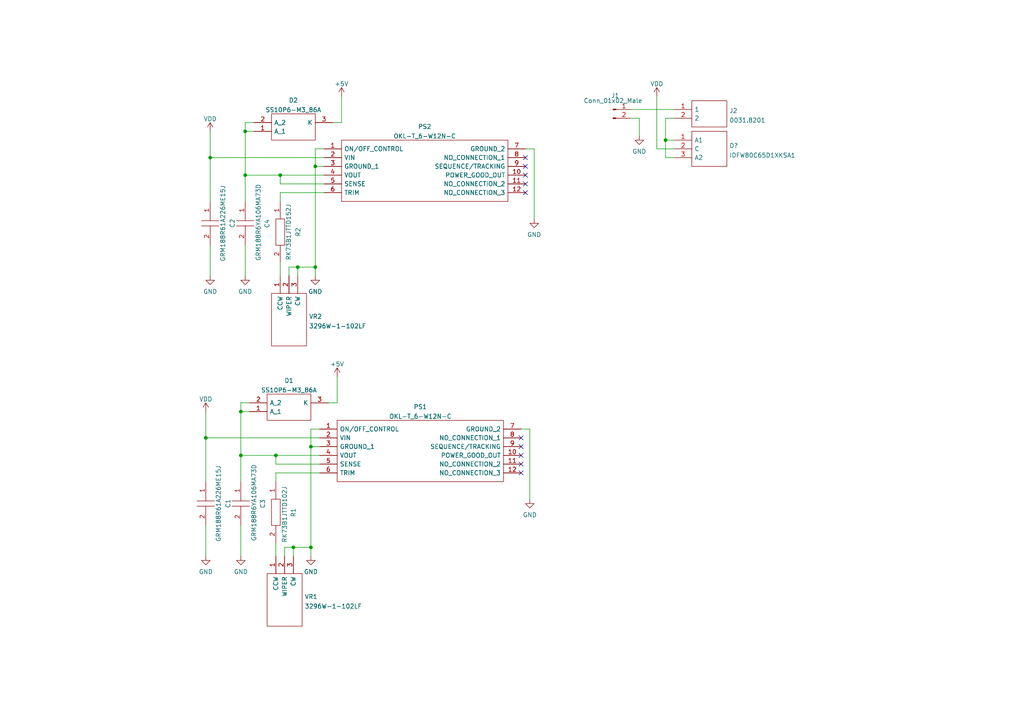
<source format=kicad_sch>
(kicad_sch (version 20211123) (generator eeschema)
  (paper "A4")
  (lib_symbols
    (symbol "Connector:Conn_01x02_Male" (pin_names (offset 1.016) hide)
      (property "Reference" "J" (at 0 2.54 0))
      (property "Value" "Conn_01x02_Male" (at 0 -5.08 0))
      (symbol "Conn_01x02_Male_1_1"
        (polyline (pts (xy 1.27 -2.54) (xy 0.8636 -2.54)) (stroke (width 0.1524)))
        (polyline (pts (xy 1.27 0) (xy 0.8636 0)) (stroke (width 0.1524)))
        (rectangle (start 0.8636 -2.413) (end 0 -2.667) (stroke (width 0.1524)) (fill (type outline)))
        (rectangle (start 0.8636 0.127) (end 0 -0.127) (stroke (width 0.1524)) (fill (type outline)))
        (pin passive line (at 5.08 0 180) (length 3.81) (name "Pin_1") (number "1"))
        (pin passive line (at 5.08 -2.54 180) (length 3.81) (name "Pin_2") (number "2"))
      )
    )
    (symbol "SamacSys_Parts:0031.8201" (pin_names (offset 0.762))
      (property "Reference" "J" (at 16.51 7.62 0))
      (property "Value" "0031.8201" (at 16.51 5.08 0))
      (symbol "0031.8201_0_0"
        (pin passive line (at 0 0 0) (length 5.08) (name "1") (number "1"))
        (pin passive line (at 0 -2.54 0) (length 5.08) (name "2") (number "2"))
      )
      (symbol "0031.8201_0_1"
        (polyline (pts (xy 5.08 2.54) (xy 15.24 2.54) (xy 15.24 -5.08) (xy 5.08 -5.08) (xy 5.08 2.54)) (stroke (width 0.1524)))
      )
    )
    (symbol "SamacSys_Parts:3296W-1-102LF" (pin_names (offset 0.762))
      (property "Reference" "VR" (at 21.59 7.62 0))
      (property "Value" "3296W-1-102LF" (at 21.59 5.08 0))
      (symbol "3296W-1-102LF_0_0"
        (pin passive line (at 0 -5.08 0) (length 5.08) (name "CCW") (number "1"))
        (pin passive line (at 0 -2.54 0) (length 5.08) (name "WIPER") (number "2"))
        (pin passive line (at 0 0 0) (length 5.08) (name "CW") (number "3"))
      )
      (symbol "3296W-1-102LF_0_1"
        (polyline (pts (xy 5.08 2.54) (xy 20.32 2.54) (xy 20.32 -7.62) (xy 5.08 -7.62) (xy 5.08 2.54)) (stroke (width 0.1524)))
      )
    )
    (symbol "SamacSys_Parts:GRM188R61A226ME15J" (pin_names (offset 0.762))
      (property "Reference" "C" (at 8.89 6.35 0))
      (property "Value" "GRM188R61A226ME15J" (at 8.89 3.81 0))
      (symbol "GRM188R61A226ME15J_0_0"
        (pin passive line (at 0 0 0) (length 5.08) (name "~") (number "1"))
        (pin passive line (at 12.7 0 180) (length 5.08) (name "~") (number "2"))
      )
      (symbol "GRM188R61A226ME15J_0_1"
        (polyline (pts (xy 5.08 0) (xy 5.588 0)) (stroke (width 0.1524)))
        (polyline (pts (xy 5.588 2.54) (xy 5.588 -2.54)) (stroke (width 0.1524)))
        (polyline (pts (xy 7.112 0) (xy 7.62 0)) (stroke (width 0.1524)))
        (polyline (pts (xy 7.112 2.54) (xy 7.112 -2.54)) (stroke (width 0.1524)))
      )
    )
    (symbol "SamacSys_Parts:GRM188R6YA106MA73D" (pin_names (offset 0.762))
      (property "Reference" "C" (at 8.89 6.35 0))
      (property "Value" "GRM188R6YA106MA73D" (at 8.89 3.81 0))
      (symbol "GRM188R6YA106MA73D_0_0"
        (pin passive line (at 0 0 0) (length 5.08) (name "~") (number "1"))
        (pin passive line (at 12.7 0 180) (length 5.08) (name "~") (number "2"))
      )
      (symbol "GRM188R6YA106MA73D_0_1"
        (polyline (pts (xy 5.08 0) (xy 5.588 0)) (stroke (width 0.1524)))
        (polyline (pts (xy 5.588 2.54) (xy 5.588 -2.54)) (stroke (width 0.1524)))
        (polyline (pts (xy 7.112 0) (xy 7.62 0)) (stroke (width 0.1524)))
        (polyline (pts (xy 7.112 2.54) (xy 7.112 -2.54)) (stroke (width 0.1524)))
      )
    )
    (symbol "SamacSys_Parts:IDFW80C65D1XKSA1" (pin_names (offset 0.762))
      (property "Reference" "D" (at 16.51 7.62 0))
      (property "Value" "IDFW80C65D1XKSA1" (at 16.51 5.08 0))
      (symbol "IDFW80C65D1XKSA1_0_0"
        (pin input line (at 0 0 0) (length 5.08) (name "A1") (number "1"))
        (pin output line (at 0 -2.54 0) (length 5.08) (name "C") (number "2"))
        (pin input line (at 0 -5.08 0) (length 5.08) (name "A2") (number "3"))
      )
      (symbol "IDFW80C65D1XKSA1_0_1"
        (polyline (pts (xy 5.08 2.54) (xy 15.24 2.54) (xy 15.24 -7.62) (xy 5.08 -7.62) (xy 5.08 2.54)) (stroke (width 0.1524)))
      )
    )
    (symbol "SamacSys_Parts:OKL-T_6-W12N-C" (pin_names (offset 0.762))
      (property "Reference" "PS" (at 54.61 7.62 0))
      (property "Value" "OKL-T_6-W12N-C" (at 54.61 5.08 0))
      (symbol "OKL-T_6-W12N-C_0_0"
        (pin passive line (at 0 0 0) (length 5.08) (name "ON/OFF_CONTROL") (number "1"))
        (pin passive line (at 58.42 -7.62 180) (length 5.08) (name "POWER_GOOD_OUT") (number "10"))
        (pin passive line (at 58.42 -10.16 180) (length 5.08) (name "NO_CONNECTION_2") (number "11"))
        (pin passive line (at 58.42 -12.7 180) (length 5.08) (name "NO_CONNECTION_3") (number "12"))
        (pin passive line (at 0 -2.54 0) (length 5.08) (name "VIN") (number "2"))
        (pin passive line (at 0 -5.08 0) (length 5.08) (name "GROUND_1") (number "3"))
        (pin passive line (at 0 -7.62 0) (length 5.08) (name "VOUT") (number "4"))
        (pin passive line (at 0 -10.16 0) (length 5.08) (name "SENSE") (number "5"))
        (pin passive line (at 0 -12.7 0) (length 5.08) (name "TRIM") (number "6"))
        (pin passive line (at 58.42 0 180) (length 5.08) (name "GROUND_2") (number "7"))
        (pin passive line (at 58.42 -2.54 180) (length 5.08) (name "NO_CONNECTION_1") (number "8"))
        (pin passive line (at 58.42 -5.08 180) (length 5.08) (name "SEQUENCE/TRACKING") (number "9"))
      )
      (symbol "OKL-T_6-W12N-C_0_1"
        (polyline (pts (xy 5.08 2.54) (xy 53.34 2.54) (xy 53.34 -15.24) (xy 5.08 -15.24) (xy 5.08 2.54)) (stroke (width 0.1524)))
      )
    )
    (symbol "SamacSys_Parts:RK73B1JTTD102J" (pin_names (offset 0.762))
      (property "Reference" "R" (at 13.97 6.35 0))
      (property "Value" "RK73B1JTTD102J" (at 13.97 3.81 0))
      (symbol "RK73B1JTTD102J_0_0"
        (pin passive line (at 0 0 0) (length 5.08) (name "~") (number "1"))
        (pin passive line (at 17.78 0 180) (length 5.08) (name "~") (number "2"))
      )
      (symbol "RK73B1JTTD102J_0_1"
        (polyline (pts (xy 5.08 1.27) (xy 12.7 1.27) (xy 12.7 -1.27) (xy 5.08 -1.27) (xy 5.08 1.27)) (stroke (width 0.1524)))
      )
    )
    (symbol "SamacSys_Parts:RK73B1JTTD152J" (pin_names (offset 0.762))
      (property "Reference" "R" (at 13.97 6.35 0))
      (property "Value" "RK73B1JTTD152J" (at 13.97 3.81 0))
      (symbol "RK73B1JTTD152J_0_0"
        (pin passive line (at 0 0 0) (length 5.08) (name "~") (number "1"))
        (pin passive line (at 17.78 0 180) (length 5.08) (name "~") (number "2"))
      )
      (symbol "RK73B1JTTD152J_0_1"
        (polyline (pts (xy 5.08 1.27) (xy 12.7 1.27) (xy 12.7 -1.27) (xy 5.08 -1.27) (xy 5.08 1.27)) (stroke (width 0.1524)))
      )
    )
    (symbol "SamacSys_Parts:SS10P6-M3_86A" (pin_names (offset 0.762))
      (property "Reference" "D" (at 19.05 7.62 0))
      (property "Value" "SS10P6-M3_86A" (at 19.05 5.08 0))
      (symbol "SS10P6-M3_86A_0_0"
        (pin passive line (at 0 -2.54 0) (length 5.08) (name "A_1") (number "1"))
        (pin passive line (at 0 0 0) (length 5.08) (name "A_2") (number "2"))
        (pin passive line (at 22.86 0 180) (length 5.08) (name "K") (number "3"))
      )
      (symbol "SS10P6-M3_86A_0_1"
        (polyline (pts (xy 5.08 2.54) (xy 17.78 2.54) (xy 17.78 -5.08) (xy 5.08 -5.08) (xy 5.08 2.54)) (stroke (width 0.1524)))
      )
    )
    (symbol "power:+5V" (power) (pin_names (offset 0))
      (property "Value" "+5V" (at 0 3.556 0))
      (symbol "+5V_0_1"
        (polyline (pts (xy -0.762 1.27) (xy 0 2.54)))
        (polyline (pts (xy 0 0) (xy 0 2.54)))
        (polyline (pts (xy 0 2.54) (xy 0.762 1.27)))
      )
      (symbol "+5V_1_1"
        (pin power_in line (at 0 0 90) (length 0) hide (name "+5V") (number "1"))
      )
    )
    (symbol "power:GND" (power) (pin_names (offset 0))
      (property "Value" "GND" (at 0 -3.81 0))
      (symbol "GND_0_1"
        (polyline (pts (xy 0 0) (xy 0 -1.27) (xy 1.27 -1.27) (xy 0 -2.54) (xy -1.27 -1.27) (xy 0 -1.27)))
      )
      (symbol "GND_1_1"
        (pin power_in line (at 0 0 270) (length 0) hide (name "GND") (number "1"))
      )
    )
    (symbol "power:VDD" (power) (pin_names (offset 0))
      (property "Value" "VDD" (at 0 3.81 0))
      (symbol "VDD_0_1"
        (polyline (pts (xy -0.762 1.27) (xy 0 2.54)))
        (polyline (pts (xy 0 0) (xy 0 2.54)))
        (polyline (pts (xy 0 2.54) (xy 0.762 1.27)))
      )
      (symbol "VDD_1_1"
        (pin power_in line (at 0 0 90) (length 0) hide (name "VDD") (number "1"))
      )
    )
  )
  (junction (at 69.85 119.38))
  (junction (at 81.28 50.8))
  (junction (at 59.69 127))
  (junction (at 193.04 40.64))
  (junction (at 91.44 48.26))
  (junction (at 90.17 158.75))
  (junction (at 60.96 45.72))
  (junction (at 85.09 158.75))
  (junction (at 80.01 132.08))
  (junction (at 71.12 38.1))
  (junction (at 90.17 129.54))
  (junction (at 91.44 77.47))
  (junction (at 69.85 132.08))
  (junction (at 86.36 77.47))
  (junction (at 71.12 50.8))
  (no_connect (at 151.13 132.08))
  (no_connect (at 151.13 129.54))
  (no_connect (at 151.13 134.62))
  (no_connect (at 151.13 137.16))
  (no_connect (at 151.13 127))
  (no_connect (at 152.4 45.72))
  (no_connect (at 152.4 50.8))
  (no_connect (at 152.4 48.26))
  (no_connect (at 152.4 55.88))
  (no_connect (at 152.4 53.34))
  (wire (pts (xy 91.44 43.18) (xy 91.44 48.26)))
  (wire (pts (xy 81.28 55.88) (xy 93.98 55.88)))
  (wire (pts (xy 193.04 45.72) (xy 195.58 45.72)))
  (wire (pts (xy 71.12 50.8) (xy 71.12 38.1)))
  (wire (pts (xy 153.67 124.46) (xy 153.67 144.78)))
  (wire (pts (xy 91.44 77.47) (xy 91.44 80.01)))
  (wire (pts (xy 59.69 127) (xy 92.71 127)))
  (wire (pts (xy 69.85 119.38) (xy 72.39 119.38)))
  (wire (pts (xy 91.44 48.26) (xy 91.44 77.47)))
  (wire (pts (xy 190.5 27.94) (xy 190.5 43.18)))
  (wire (pts (xy 81.28 50.8) (xy 93.98 50.8)))
  (wire (pts (xy 154.94 43.18) (xy 154.94 63.5)))
  (wire (pts (xy 80.01 132.08) (xy 92.71 132.08)))
  (wire (pts (xy 81.28 53.34) (xy 93.98 53.34)))
  (wire (pts (xy 93.98 43.18) (xy 91.44 43.18)))
  (wire (pts (xy 195.58 34.29) (xy 193.04 34.29)))
  (wire (pts (xy 90.17 129.54) (xy 92.71 129.54)))
  (wire (pts (xy 151.13 124.46) (xy 153.67 124.46)))
  (wire (pts (xy 71.12 71.12) (xy 71.12 80.01)))
  (wire (pts (xy 90.17 124.46) (xy 90.17 129.54)))
  (wire (pts (xy 59.69 152.4) (xy 59.69 161.29)))
  (wire (pts (xy 71.12 50.8) (xy 81.28 50.8)))
  (wire (pts (xy 90.17 129.54) (xy 90.17 158.75)))
  (wire (pts (xy 86.36 77.47) (xy 86.36 80.01)))
  (wire (pts (xy 69.85 152.4) (xy 69.85 161.29)))
  (wire (pts (xy 90.17 158.75) (xy 90.17 161.29)))
  (wire (pts (xy 83.82 80.01) (xy 83.82 77.47)))
  (wire (pts (xy 81.28 58.42) (xy 81.28 55.88)))
  (wire (pts (xy 69.85 139.7) (xy 69.85 132.08)))
  (wire (pts (xy 80.01 134.62) (xy 92.71 134.62)))
  (wire (pts (xy 80.01 134.62) (xy 80.01 132.08)))
  (wire (pts (xy 69.85 132.08) (xy 69.85 119.38)))
  (wire (pts (xy 85.09 158.75) (xy 85.09 161.29)))
  (wire (pts (xy 71.12 38.1) (xy 73.66 38.1)))
  (wire (pts (xy 71.12 38.1) (xy 71.12 35.56)))
  (wire (pts (xy 80.01 137.16) (xy 92.71 137.16)))
  (wire (pts (xy 60.96 71.12) (xy 60.96 80.01)))
  (wire (pts (xy 86.36 77.47) (xy 91.44 77.47)))
  (wire (pts (xy 69.85 116.84) (xy 72.39 116.84)))
  (wire (pts (xy 85.09 158.75) (xy 90.17 158.75)))
  (wire (pts (xy 82.55 161.29) (xy 82.55 158.75)))
  (wire (pts (xy 193.04 40.64) (xy 195.58 40.64)))
  (wire (pts (xy 59.69 127) (xy 59.69 139.7)))
  (wire (pts (xy 152.4 43.18) (xy 154.94 43.18)))
  (wire (pts (xy 97.79 109.22) (xy 97.79 116.84)))
  (wire (pts (xy 69.85 132.08) (xy 80.01 132.08)))
  (wire (pts (xy 82.55 158.75) (xy 85.09 158.75)))
  (wire (pts (xy 80.01 139.7) (xy 80.01 137.16)))
  (wire (pts (xy 60.96 38.1) (xy 60.96 45.72)))
  (wire (pts (xy 193.04 40.64) (xy 193.04 45.72)))
  (wire (pts (xy 182.88 31.75) (xy 195.58 31.75)))
  (wire (pts (xy 71.12 35.56) (xy 73.66 35.56)))
  (wire (pts (xy 190.5 43.18) (xy 195.58 43.18)))
  (wire (pts (xy 60.96 45.72) (xy 93.98 45.72)))
  (wire (pts (xy 185.42 34.29) (xy 185.42 39.37)))
  (wire (pts (xy 92.71 124.46) (xy 90.17 124.46)))
  (wire (pts (xy 91.44 48.26) (xy 93.98 48.26)))
  (wire (pts (xy 182.88 34.29) (xy 185.42 34.29)))
  (wire (pts (xy 69.85 119.38) (xy 69.85 116.84)))
  (wire (pts (xy 99.06 27.94) (xy 99.06 35.56)))
  (wire (pts (xy 71.12 58.42) (xy 71.12 50.8)))
  (wire (pts (xy 81.28 53.34) (xy 81.28 50.8)))
  (wire (pts (xy 193.04 34.29) (xy 193.04 40.64)))
  (wire (pts (xy 80.01 157.48) (xy 80.01 161.29)))
  (wire (pts (xy 60.96 45.72) (xy 60.96 58.42)))
  (wire (pts (xy 59.69 119.38) (xy 59.69 127)))
  (wire (pts (xy 97.79 116.84) (xy 95.25 116.84)))
  (wire (pts (xy 81.28 76.2) (xy 81.28 80.01)))
  (wire (pts (xy 83.82 77.47) (xy 86.36 77.47)))
  (wire (pts (xy 99.06 35.56) (xy 96.52 35.56)))
  (symbol (lib_id "SamacSys_Parts:IDFW80C65D1XKSA1") (at 195.58 40.64 0) (unit 1)
    (property "Reference" "D?" (at 211.5312 42.2715 0) (effects (justify left)))
    (property "Value" "IDFW80C65D1XKSA1" (at 211.5312 45.0466 0) (effects (justify left)))
    (property "Footprint" "TO545P530X1560X2460-3P" (effects hide))
    (property "Description" "Diodes - General Purpose, Power, Switching HOME APPLIANCES 14" (effects hide))
    (property "Height" "5.3" (effects hide))
    (property "Manufacturer_Name" "Infineon" (effects hide))
    (property "Manufacturer_Part_Number" "IDFW80C65D1XKSA1" (effects hide))
  )
  (symbol (lib_id "power:GND") (at 59.69 161.29 0) (unit 1)
    (property "Reference" "#PWR0109" (effects hide))
    (property "Value" "GND" (at 59.69 165.8525 0))
  )
  (symbol (lib_id "SamacSys_Parts:3296W-1-102LF") (at 86.36 80.01 270) (unit 1)
    (property "Reference" "VR2" (at 89.6112 91.8015 90) (effects (justify left)))
    (property "Value" "3296W-1-102LF" (at 89.6112 94.5766 90) (effects (justify left)))
    (property "Footprint" "SamacSys_Parts:3296W1102LF" (effects hide))
    (property "Datasheet" "http://befr.rs-online.com/web/p/products/5219631" (effects hide))
    (property "Description" "Trimmer Resistors - Through Hole 3/8\" 1Kohms Sealed Vertical Adjust" (effects hide))
    (property "Height" "11.8" (effects hide))
    (property "RS Part Number" "5219631" (effects hide))
    (property "RS Price/Stock" "http://befr.rs-online.com/web/p/products/5219631" (effects hide))
    (property "Manufacturer_Name" "Bourns" (effects hide))
    (property "Manufacturer_Part_Number" "3296W-1-102LF" (effects hide))
    (property "Allied_Number" "70153917" (effects hide))
  )
  (symbol (lib_id "power:GND") (at 60.96 80.01 0) (unit 1)
    (property "Reference" "#PWR0113" (effects hide))
    (property "Value" "GND" (at 60.96 84.5725 0))
  )
  (symbol (lib_id "power:VDD") (at 59.69 119.38 0) (unit 1)
    (property "Reference" "#PWR0108" (effects hide))
    (property "Value" "VDD" (at 59.69 115.7755 0))
  )
  (symbol (lib_id "SamacSys_Parts:3296W-1-102LF") (at 85.09 161.29 270) (unit 1)
    (property "Reference" "VR1" (at 88.3412 173.0815 90) (effects (justify left)))
    (property "Value" "3296W-1-102LF" (at 88.3412 175.8566 90) (effects (justify left)))
    (property "Footprint" "SamacSys_Parts:3296W1102LF" (effects hide))
    (property "Datasheet" "http://befr.rs-online.com/web/p/products/5219631" (effects hide))
    (property "Description" "Trimmer Resistors - Through Hole 3/8\" 1Kohms Sealed Vertical Adjust" (effects hide))
    (property "Height" "11.8" (effects hide))
    (property "RS Part Number" "5219631" (effects hide))
    (property "RS Price/Stock" "http://befr.rs-online.com/web/p/products/5219631" (effects hide))
    (property "Manufacturer_Name" "Bourns" (effects hide))
    (property "Manufacturer_Part_Number" "3296W-1-102LF" (effects hide))
    (property "Allied_Number" "70153917" (effects hide))
  )
  (symbol (lib_id "power:+5V") (at 99.06 27.94 0) (unit 1)
    (property "Reference" "#PWR0104" (effects hide))
    (property "Value" "+5V" (at 99.06 24.3355 0))
  )
  (symbol (lib_id "power:+5V") (at 97.79 109.22 0) (unit 1)
    (property "Reference" "#PWR0102" (effects hide))
    (property "Value" "+5V" (at 97.79 105.6155 0))
  )
  (symbol (lib_id "power:GND") (at 91.44 80.01 0) (unit 1)
    (property "Reference" "#PWR0114" (effects hide))
    (property "Value" "GND" (at 91.44 84.5725 0))
  )
  (symbol (lib_id "Connector:Conn_01x02_Male") (at 177.8 31.75 0) (unit 1)
    (property "Reference" "J1" (at 178.435 27.7073 0))
    (property "Value" "Conn_01x02_Male" (at 177.8 29.21 0))
    (property "Footprint" "Connector_JST:JST_XH_B2B-XH-A_1x02_P2.50mm_Vertical" (effects hide))
  )
  (symbol (lib_id "SamacSys_Parts:OKL-T_6-W12N-C") (at 93.98 43.18 0) (unit 1)
    (property "Reference" "PS2" (at 123.19 36.7243 0))
    (property "Value" "OKL-T_6-W12N-C" (at 123.19 39.4994 0))
    (property "Footprint" "SamacSys_Parts:OKLT6W12NC" (effects hide))
    (property "Datasheet" "http://uk.rs-online.com/web/p/products/1736944" (effects hide))
    (property "Description" "Non-Isolated DC/DC Converters 12Vin .59-5.5Vout 6A 30W Neg Polarity" (effects hide))
    (property "Height" "7.2" (effects hide))
    (property "RS Part Number" "1736944" (effects hide))
    (property "RS Price/Stock" "http://uk.rs-online.com/web/p/products/1736944" (effects hide))
    (property "Manufacturer_Name" "Murata Electronics" (effects hide))
    (property "Manufacturer_Part_Number" "OKL-T/6-W12N-C" (effects hide))
  )
  (symbol (lib_id "power:GND") (at 153.67 144.78 0) (unit 1)
    (property "Reference" "#PWR0103" (effects hide))
    (property "Value" "GND" (at 153.67 149.3425 0))
  )
  (symbol (lib_id "power:GND") (at 90.17 161.29 0) (unit 1)
    (property "Reference" "#PWR0101" (effects hide))
    (property "Value" "GND" (at 90.17 165.8525 0))
  )
  (symbol (lib_id "power:VDD") (at 190.5 27.94 0) (unit 1)
    (property "Reference" "#PWR?" (effects hide))
    (property "Value" "VDD" (at 190.5 24.3355 0))
  )
  (symbol (lib_id "SamacSys_Parts:RK73B1JTTD152J") (at 81.28 58.42 270) (unit 1)
    (property "Reference" "R2" (at 86.4657 67.31 0))
    (property "Value" "RK73B1JTTD152J" (at 83.6906 67.31 0))
    (property "Footprint" "SamacSys_Parts:RESC1608X55N" (effects hide))
    (property "Datasheet" "http://uk.rs-online.com/web/p/products/0431518" (effects hide))
    (property "Description" "KOA Thick Film Surface Mount Resistor 0603 Case 1.5k +/-5% 0.1W +/-200ppm/C" (effects hide))
    (property "Height" "0.55" (effects hide))
    (property "RS Part Number" "0431518" (effects hide))
    (property "RS Price/Stock" "http://uk.rs-online.com/web/p/products/0431518" (effects hide))
    (property "Manufacturer_Name" "KOA Speer" (effects hide))
    (property "Manufacturer_Part_Number" "RK73B1JTTD152J" (effects hide))
  )
  (symbol (lib_id "power:GND") (at 154.94 63.5 0) (unit 1)
    (property "Reference" "#PWR0105" (effects hide))
    (property "Value" "GND" (at 154.94 68.0625 0))
  )
  (symbol (lib_id "SamacSys_Parts:GRM188R61A226ME15J") (at 60.96 58.42 270) (unit 1)
    (property "Reference" "C2" (at 67.4157 64.77 0))
    (property "Value" "GRM188R61A226ME15J" (at 64.6406 64.77 0))
    (property "Footprint" "SamacSys_Parts:CAPC1608X90N" (effects hide))
    (property "Datasheet" "http://componentsearchengine.com/Datasheets/1/GRM188R61A226ME15J.pdf" (effects hide))
    (property "Description" "Multilayer Ceramic Capacitors MLCC - SMD/SMT 0603 22uF 10volts *Derate Voltage/Temp" (effects hide))
    (property "Height" "0.9" (effects hide))
    (property "Manufacturer_Name" "Murata Electronics" (effects hide))
    (property "Manufacturer_Part_Number" "GRM188R61A226ME15J" (effects hide))
  )
  (symbol (lib_id "SamacSys_Parts:OKL-T_6-W12N-C") (at 92.71 124.46 0) (unit 1)
    (property "Reference" "PS1" (at 121.92 118.0043 0))
    (property "Value" "OKL-T_6-W12N-C" (at 121.92 120.7794 0))
    (property "Footprint" "SamacSys_Parts:OKLT6W12NC" (effects hide))
    (property "Datasheet" "http://uk.rs-online.com/web/p/products/1736944" (effects hide))
    (property "Description" "Non-Isolated DC/DC Converters 12Vin .59-5.5Vout 6A 30W Neg Polarity" (effects hide))
    (property "Height" "7.2" (effects hide))
    (property "RS Part Number" "1736944" (effects hide))
    (property "RS Price/Stock" "http://uk.rs-online.com/web/p/products/1736944" (effects hide))
    (property "Manufacturer_Name" "Murata Electronics" (effects hide))
    (property "Manufacturer_Part_Number" "OKL-T/6-W12N-C" (effects hide))
  )
  (symbol (lib_id "SamacSys_Parts:SS10P6-M3_86A") (at 73.66 35.56 0) (unit 1)
    (property "Reference" "D2" (at 85.09 29.1043 0))
    (property "Value" "SS10P6-M3_86A" (at 85.09 31.8794 0))
    (property "Footprint" "SamacSys_Parts:SS10P6M386A" (effects hide))
    (property "Datasheet" "http://uk.rs-online.com/web/p/products/7103667P" (effects hide))
    (property "Description" "Diode Schottky 60V 10A  SMPC" (effects hide))
    (property "Height" "1.2" (effects hide))
    (property "RS Part Number" "7103667P" (effects hide))
    (property "RS Price/Stock" "http://uk.rs-online.com/web/p/products/7103667P" (effects hide))
    (property "Manufacturer_Name" "Vishay" (effects hide))
    (property "Manufacturer_Part_Number" "SS10P6-M3/86A" (effects hide))
    (property "Allied_Number" "70217450" (effects hide))
  )
  (symbol (lib_id "SamacSys_Parts:GRM188R61A226ME15J") (at 59.69 139.7 270) (unit 1)
    (property "Reference" "C1" (at 66.1457 146.05 0))
    (property "Value" "GRM188R61A226ME15J" (at 63.3706 146.05 0))
    (property "Footprint" "SamacSys_Parts:CAPC1608X90N" (effects hide))
    (property "Datasheet" "http://componentsearchengine.com/Datasheets/1/GRM188R61A226ME15J.pdf" (effects hide))
    (property "Description" "Multilayer Ceramic Capacitors MLCC - SMD/SMT 0603 22uF 10volts *Derate Voltage/Temp" (effects hide))
    (property "Height" "0.9" (effects hide))
    (property "Manufacturer_Name" "Murata Electronics" (effects hide))
    (property "Manufacturer_Part_Number" "GRM188R61A226ME15J" (effects hide))
  )
  (symbol (lib_id "SamacSys_Parts:0031.8201") (at 195.58 31.75 0) (unit 1)
    (property "Reference" "J2" (at 211.5312 32.1115 0) (effects (justify left)))
    (property "Value" "0031.8201" (at 211.5312 34.8866 0) (effects (justify left)))
    (property "Footprint" "SamacSys_Parts:0031.8201" (effects hide))
    (property "Datasheet" "http://uk.rs-online.com/web/p/products/2508764386" (effects hide))
    (property "Description" "Fuse Holder FUSE-HOLDER OGN" (effects hide))
    (property "RS Part Number" "2508764386" (effects hide))
    (property "RS Price/Stock" "http://uk.rs-online.com/web/p/products/2508764386" (effects hide))
    (property "Manufacturer_Name" "SCHURTER" (effects hide))
    (property "Manufacturer_Part_Number" "0031.8201" (effects hide))
  )
  (symbol (lib_id "power:GND") (at 69.85 161.29 0) (unit 1)
    (property "Reference" "#PWR0110" (effects hide))
    (property "Value" "GND" (at 69.85 165.8525 0))
  )
  (symbol (lib_id "SamacSys_Parts:RK73B1JTTD102J") (at 80.01 139.7 270) (unit 1)
    (property "Reference" "R1" (at 85.09 147.32 0) (effects (justify left)))
    (property "Value" "RK73B1JTTD102J" (at 82.55 140.97 0) (effects (justify left)))
    (property "Footprint" "SamacSys_Parts:RESC1608X55N" (effects hide))
    (property "Datasheet" "http://uk.rs-online.com/web/p/products/0431495" (effects hide))
    (property "Description" "Thick Film Resistors - SMD 1/10watts 1Kohms 5%" (effects hide))
    (property "Height" "0.55" (effects hide))
    (property "RS Part Number" "0431495" (effects hide))
    (property "RS Price/Stock" "http://uk.rs-online.com/web/p/products/0431495" (effects hide))
    (property "Manufacturer_Name" "KOA Speer" (effects hide))
    (property "Manufacturer_Part_Number" "RK73B1JTTD102J" (effects hide))
  )
  (symbol (lib_id "SamacSys_Parts:GRM188R6YA106MA73D") (at 69.85 139.7 270) (unit 1)
    (property "Reference" "C3" (at 76.2 144.78 0) (effects (justify left)))
    (property "Value" "GRM188R6YA106MA73D" (at 73.66 134.62 0) (effects (justify left)))
    (property "Footprint" "SamacSys_Parts:CAPC1608X90N" (effects hide))
    (property "Datasheet" "http://uk.rs-online.com/web/p/products/1726888P" (effects hide))
    (property "Description" "Multilayer Ceramic Capacitors MLCC - SMD/SMT 0603 10uF 35volts *Derate Voltage/Temp" (effects hide))
    (property "Height" "0.9" (effects hide))
    (property "RS Part Number" "1726888P" (effects hide))
    (property "RS Price/Stock" "http://uk.rs-online.com/web/p/products/1726888P" (effects hide))
    (property "Manufacturer_Name" "Murata Electronics" (effects hide))
    (property "Manufacturer_Part_Number" "GRM188R6YA106MA73D" (effects hide))
  )
  (symbol (lib_id "power:GND") (at 185.42 39.37 0) (unit 1)
    (property "Reference" "#PWR0106" (effects hide))
    (property "Value" "GND" (at 185.42 43.9325 0))
  )
  (symbol (lib_id "power:VDD") (at 60.96 38.1 0) (unit 1)
    (property "Reference" "#PWR0111" (effects hide))
    (property "Value" "VDD" (at 60.96 34.4955 0))
  )
  (symbol (lib_id "SamacSys_Parts:SS10P6-M3_86A") (at 72.39 116.84 0) (unit 1)
    (property "Reference" "D1" (at 83.82 110.3843 0))
    (property "Value" "SS10P6-M3_86A" (at 83.82 113.1594 0))
    (property "Footprint" "SamacSys_Parts:SS10P6M386A" (effects hide))
    (property "Datasheet" "http://uk.rs-online.com/web/p/products/7103667P" (effects hide))
    (property "Description" "Diode Schottky 60V 10A  SMPC" (effects hide))
    (property "Height" "1.2" (effects hide))
    (property "RS Part Number" "7103667P" (effects hide))
    (property "RS Price/Stock" "http://uk.rs-online.com/web/p/products/7103667P" (effects hide))
    (property "Manufacturer_Name" "Vishay" (effects hide))
    (property "Manufacturer_Part_Number" "SS10P6-M3/86A" (effects hide))
    (property "Allied_Number" "70217450" (effects hide))
  )
  (symbol (lib_id "SamacSys_Parts:GRM188R6YA106MA73D") (at 71.12 58.42 270) (unit 1)
    (property "Reference" "C4" (at 77.47 63.5 0) (effects (justify left)))
    (property "Value" "GRM188R6YA106MA73D" (at 74.93 53.34 0) (effects (justify left)))
    (property "Footprint" "SamacSys_Parts:CAPC1608X90N" (effects hide))
    (property "Datasheet" "http://uk.rs-online.com/web/p/products/1726888P" (effects hide))
    (property "Description" "Multilayer Ceramic Capacitors MLCC - SMD/SMT 0603 10uF 35volts *Derate Voltage/Temp" (effects hide))
    (property "Height" "0.9" (effects hide))
    (property "RS Part Number" "1726888P" (effects hide))
    (property "RS Price/Stock" "http://uk.rs-online.com/web/p/products/1726888P" (effects hide))
    (property "Manufacturer_Name" "Murata Electronics" (effects hide))
    (property "Manufacturer_Part_Number" "GRM188R6YA106MA73D" (effects hide))
  )
  (symbol (lib_id "power:GND") (at 71.12 80.01 0) (unit 1)
    (property "Reference" "#PWR0112" (effects hide))
    (property "Value" "GND" (at 71.12 84.5725 0))
  )
)
</source>
